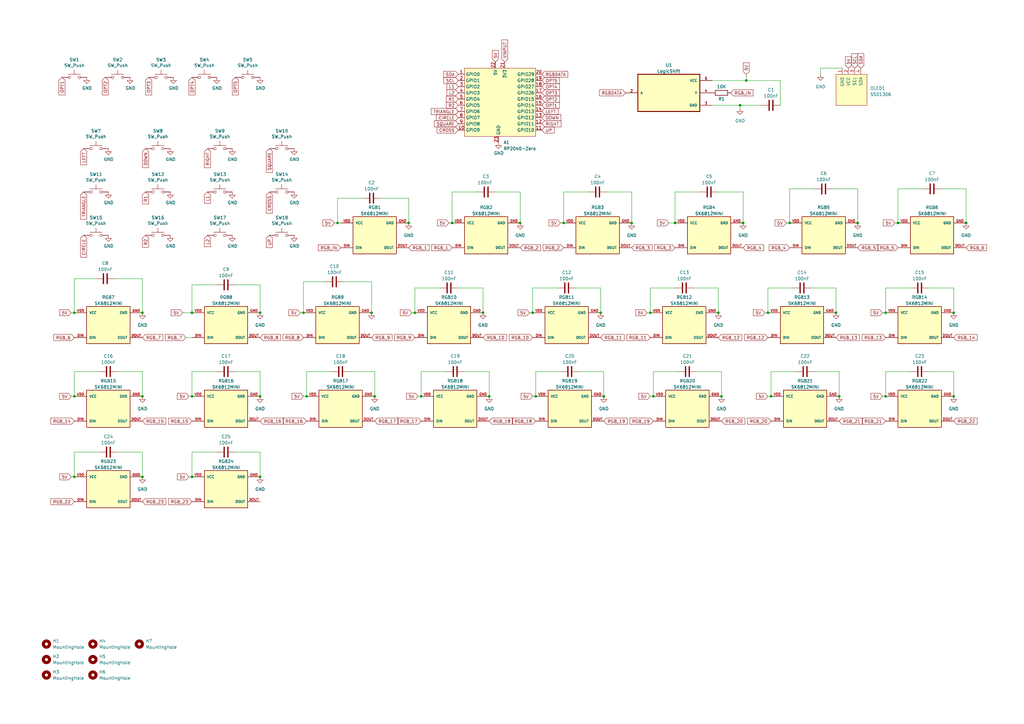
<source format=kicad_sch>
(kicad_sch (version 20230121) (generator eeschema)
  (paper "A3")
  (lib_symbols
    (symbol "Device:C" (pin_numbers hide) (pin_names (offset 0.254))
      (property "Reference" "C" (at 0.635 2.54 0))
      (property "Value" "C" (at 0.635 -2.54 0))
      (symbol "C_1_1"
        (pin passive line (at 0 3.81 270) (length 2.794) (name "~") (number "1"))
        (pin passive line (at 0 -3.81 90) (length 2.794) (name "~") (number "2"))
      )
    )
    (symbol "Device:R" (pin_numbers hide) (pin_names (offset 0))
      (property "Reference" "R" (at 2.032 0 90))
      (property "Value" "R" (at 0 0 90))
      (symbol "R_1_1"
        (pin passive line (at 0 3.81 270) (length 1.27) (name "~") (number "1"))
        (pin passive line (at 0 -3.81 90) (length 1.27) (name "~") (number "2"))
      )
    )
    (symbol "GND_1" (power) (pin_names (offset 0))
      (property "Value" "GND_1" (at 0 -3.81 0))
      (symbol "GND_1_1_1"
        (pin power_in line (at 0 0 270) (length 0) hide (name "GND") (number "1"))
      )
    )
    (symbol "GND_10" (power) (pin_names (offset 0))
      (property "Value" "GND_10" (at 0 -3.81 0))
      (symbol "GND_10_1_1"
        (pin power_in line (at 0 0 270) (length 0) hide (name "GND") (number "1"))
      )
    )
    (symbol "GND_11" (power) (pin_names (offset 0))
      (property "Value" "GND_11" (at 0 -3.81 0))
      (symbol "GND_11_1_1"
        (pin power_in line (at 0 0 270) (length 0) hide (name "GND") (number "1"))
      )
    )
    (symbol "GND_12" (power) (pin_names (offset 0))
      (property "Value" "GND_12" (at 0 -3.81 0))
      (symbol "GND_12_1_1"
        (pin power_in line (at 0 0 270) (length 0) hide (name "GND") (number "1"))
      )
    )
    (symbol "GND_13" (power) (pin_names (offset 0))
      (property "Value" "GND_13" (at 0 -3.81 0))
      (symbol "GND_13_1_1"
        (pin power_in line (at 0 0 270) (length 0) hide (name "GND") (number "1"))
      )
    )
    (symbol "GND_14" (power) (pin_names (offset 0))
      (property "Value" "GND_14" (at 0 -3.81 0))
      (symbol "GND_14_1_1"
        (pin power_in line (at 0 0 270) (length 0) hide (name "GND") (number "1"))
      )
    )
    (symbol "GND_2" (power) (pin_names (offset 0))
      (property "Value" "GND_2" (at 0 -3.81 0))
      (symbol "GND_2_1_1"
        (pin power_in line (at 0 0 270) (length 0) hide (name "GND") (number "1"))
      )
    )
    (symbol "GND_3" (power) (pin_names (offset 0))
      (property "Value" "GND_3" (at 0 -3.81 0))
      (symbol "GND_3_1_1"
        (pin power_in line (at 0 0 270) (length 0) hide (name "GND") (number "1"))
      )
    )
    (symbol "GND_4" (power) (pin_names (offset 0))
      (property "Value" "GND_4" (at 0 -3.81 0))
      (symbol "GND_4_1_1"
        (pin power_in line (at 0 0 270) (length 0) hide (name "GND") (number "1"))
      )
    )
    (symbol "GND_5" (power) (pin_names (offset 0))
      (property "Value" "GND_5" (at 0 -3.81 0))
      (symbol "GND_5_1_1"
        (pin power_in line (at 0 0 270) (length 0) hide (name "GND") (number "1"))
      )
    )
    (symbol "GND_6" (power) (pin_names (offset 0))
      (property "Value" "GND_6" (at 0 -3.81 0))
      (symbol "GND_6_1_1"
        (pin power_in line (at 0 0 270) (length 0) hide (name "GND") (number "1"))
      )
    )
    (symbol "GND_7" (power) (pin_names (offset 0))
      (property "Value" "GND_7" (at 0 -3.81 0))
      (symbol "GND_7_1_1"
        (pin power_in line (at 0 0 270) (length 0) hide (name "GND") (number "1"))
      )
    )
    (symbol "GND_8" (power) (pin_names (offset 0))
      (property "Value" "GND_8" (at 0 -3.81 0))
      (symbol "GND_8_1_1"
        (pin power_in line (at 0 0 270) (length 0) hide (name "GND") (number "1"))
      )
    )
    (symbol "GND_9" (power) (pin_names (offset 0))
      (property "Value" "GND_9" (at 0 -3.81 0))
      (symbol "GND_9_1_1"
        (pin power_in line (at 0 0 270) (length 0) hide (name "GND") (number "1"))
      )
    )
    (symbol "Mechanical:MountingHole" (pin_names (offset 1.016))
      (property "Reference" "H" (at 0 5.08 0))
      (property "Value" "MountingHole" (at 0 3.175 0))
    )
    (symbol "RP2040-Zero:RP2040-Zero"
      (property "Reference" "U" (at 0 1.27 0))
      (property "Value" "RP2040-Zero" (at 0 -1.27 0))
      (symbol "RP2040-Zero_1_1"
        (pin bidirectional line (at -16.51 10.16 0) (length 2.54) (name "GPIO0") (number "1"))
        (pin bidirectional line (at -16.51 -12.7 0) (length 2.54) (name "GPIO9") (number "10"))
        (pin bidirectional line (at 17.78 -12.7 180) (length 2.54) (name "GPIO10") (number "11"))
        (pin bidirectional line (at 17.78 -10.16 180) (length 2.54) (name "GPIO11") (number "12"))
        (pin bidirectional line (at 17.78 -7.62 180) (length 2.54) (name "GPIO12") (number "13"))
        (pin bidirectional line (at 17.78 -5.08 180) (length 2.54) (name "GPIO13") (number "14"))
        (pin bidirectional line (at 17.78 -2.54 180) (length 2.54) (name "GPIO14") (number "15"))
        (pin bidirectional line (at 17.78 0 180) (length 2.54) (name "GPIO15") (number "16"))
        (pin bidirectional line (at 17.78 2.54 180) (length 2.54) (name "GPIO26") (number "17"))
        (pin bidirectional line (at 17.78 5.08 180) (length 2.54) (name "GPIO27") (number "18"))
        (pin bidirectional line (at 17.78 7.62 180) (length 2.54) (name "GPIO28") (number "19"))
        (pin bidirectional line (at -16.51 7.62 0) (length 2.54) (name "GPIO1") (number "2"))
        (pin bidirectional line (at 17.78 10.16 180) (length 2.54) (name "GPIO29") (number "20"))
        (pin power_out line (at 2.54 15.24 270) (length 2.54) (name "3V3") (number "21"))
        (pin power_in line (at -1.27 15.24 270) (length 2.54) (name "5V") (number "22"))
        (pin power_in line (at 0 -17.78 90) (length 2.54) (name "GND") (number "23"))
        (pin bidirectional line (at -16.51 5.08 0) (length 2.54) (name "GPIO2") (number "3"))
        (pin bidirectional line (at -16.51 2.54 0) (length 2.54) (name "GPIO3") (number "4"))
        (pin bidirectional line (at -16.51 0 0) (length 2.54) (name "GPIO4") (number "5"))
        (pin bidirectional line (at -16.51 -2.54 0) (length 2.54) (name "GPIO5") (number "6"))
        (pin bidirectional line (at -16.51 -5.08 0) (length 2.54) (name "GPIO6") (number "7"))
        (pin bidirectional line (at -16.51 -7.62 0) (length 2.54) (name "GPIO7") (number "8"))
        (pin bidirectional line (at -16.51 -10.16 0) (length 2.54) (name "GPIO8") (number "9"))
      )
    )
    (symbol "SK6812MINI:SK6812MINI" (pin_names (offset 1.016))
      (property "Reference" "RGB" (at 0 0 0))
      (property "Value" "SK6812MINI" (at 0 0 0))
      (symbol "SK6812MINI_0_0"
        (pin bidirectional line (at -12.7 -5.08 0) (length 5.08) (name "DIN") (number "DIN"))
        (pin bidirectional line (at 15.24 -5.08 180) (length 5.08) (name "DOUT") (number "DOUT"))
        (pin bidirectional line (at 15.24 5.08 180) (length 5.08) (name "GND") (number "GND"))
        (pin bidirectional line (at -12.7 5.08 0) (length 5.08) (name "VCC") (number "VDD"))
      )
    )
    (symbol "SN74LV1T34DBVR:SN74LV1T34DBVR" (pin_names (offset 1.016))
      (property "Reference" "U" (at -12.7 8.62 0))
      (property "Value" "SN74LV1T34DBVR" (at -12.7 -11.62 0))
      (symbol "SN74LV1T34DBVR_0_0"
        (pin input line (at -17.78 0 0) (length 5.08) (name "A") (number "2"))
        (pin power_in line (at 17.78 -5.08 180) (length 5.08) (name "GND") (number "3"))
        (pin output line (at 17.78 0 180) (length 5.08) (name "Y") (number "4"))
        (pin power_in line (at 17.78 5.08 180) (length 5.08) (name "VCC") (number "5"))
      )
    )
    (symbol "SSD1306-128x64_OLED:SSD1306" (pin_names (offset 1.016))
      (property "Reference" "Brd" (at 0 -3.81 0))
      (property "Value" "SSD1306" (at 0 -1.27 0))
      (symbol "SSD1306_1_1"
        (pin input line (at -3.81 8.89 270) (length 2.54) (name "GND") (number "1"))
        (pin input line (at -1.27 8.89 270) (length 2.54) (name "VCC") (number "2"))
        (pin input line (at 1.27 8.89 270) (length 2.54) (name "SCL") (number "3"))
        (pin input line (at 3.81 8.89 270) (length 2.54) (name "SDA") (number "4"))
      )
    )
    (symbol "Switch:SW_Push" (pin_numbers hide) (pin_names (offset 1.016) hide)
      (property "Reference" "SW" (at 1.27 2.54 0))
      (property "Value" "SW_Push" (at 0 -1.524 0))
      (symbol "SW_Push_0_1"
        (pin passive line (at -5.08 0 0) (length 2.54) (name "1") (number "1"))
        (pin passive line (at 5.08 0 180) (length 2.54) (name "2") (number "2"))
      )
    )
    (symbol "power:GND" (power) (pin_names (offset 0))
      (property "Value" "GND" (at 0 -3.81 0))
      (symbol "GND_1_1"
        (pin power_in line (at 0 0 270) (length 0) hide (name "GND") (number "1"))
      )
    )
  )
  (junction (at 125.73 162.56))
  (junction (at 246.38 128.27))
  (junction (at 314.96 128.27))
  (junction (at 276.86 91.44))
  (junction (at 170.18 128.27))
  (junction (at 391.16 162.56))
  (junction (at 294.64 128.27))
  (junction (at 106.68 128.27))
  (junction (at 58.42 195.58))
  (junction (at 363.22 162.56))
  (junction (at 185.42 91.44))
  (junction (at 78.74 162.56))
  (junction (at 30.48 128.27))
  (junction (at 138.43 91.44))
  (junction (at 172.72 162.56))
  (junction (at 30.48 162.56))
  (junction (at 342.9 128.27))
  (junction (at 396.24 91.44))
  (junction (at 231.14 91.44))
  (junction (at 316.23 162.56))
  (junction (at 247.65 162.56))
  (junction (at 363.22 128.27))
  (junction (at 351.79 91.44))
  (junction (at 78.74 195.58))
  (junction (at 213.36 91.44))
  (junction (at 295.91 162.56))
  (junction (at 58.42 162.56))
  (junction (at 106.68 195.58))
  (junction (at 152.4 128.27))
  (junction (at 153.67 162.56))
  (junction (at 106.68 162.56))
  (junction (at 218.44 128.27))
  (junction (at 323.85 91.44))
  (junction (at 267.97 162.56))
  (junction (at 306.07 33.02))
  (junction (at 124.46 128.27))
  (junction (at 304.8 91.44))
  (junction (at 219.71 162.56))
  (junction (at 200.66 162.56))
  (junction (at 78.74 128.27))
  (junction (at 344.17 162.56))
  (junction (at 259.08 91.44))
  (junction (at 30.48 195.58))
  (junction (at 167.64 91.44))
  (junction (at 368.3 91.44))
  (junction (at 303.53 43.18))
  (junction (at 198.12 128.27))
  (junction (at 58.42 128.27))
  (junction (at 391.16 128.27))
  (junction (at 266.7 128.27))
  (wire (pts (xy 213.36 78.74) (xy 213.36 91.44)))
  (wire (pts (xy 88.9 152.4) (xy 78.74 152.4)))
  (wire (pts (xy 363.22 152.4) (xy 363.22 162.56)))
  (wire (pts (xy 351.79 77.47) (xy 351.79 91.44)))
  (wire (pts (xy 133.35 115.57) (xy 124.46 115.57)))
  (wire (pts (xy 229.87 91.44) (xy 231.14 91.44)))
  (wire (pts (xy 96.52 152.4) (xy 106.68 152.4)))
  (wire (pts (xy 344.17 152.4) (xy 344.17 162.56)))
  (wire (pts (xy 58.42 114.3) (xy 58.42 128.27)))
  (wire (pts (xy 391.16 118.11) (xy 391.16 128.27)))
  (wire (pts (xy 373.38 118.11) (xy 363.22 118.11)))
  (wire (pts (xy 320.04 33.02) (xy 320.04 43.18)))
  (wire (pts (xy 76.2 138.43) (xy 78.74 138.43)))
  (wire (pts (xy 123.19 128.27) (xy 124.46 128.27)))
  (wire (pts (xy 292.1 43.18) (xy 303.53 43.18)))
  (wire (pts (xy 182.88 152.4) (xy 172.72 152.4)))
  (wire (pts (xy 284.48 118.11) (xy 294.64 118.11)))
  (wire (pts (xy 285.75 152.4) (xy 295.91 152.4)))
  (wire (pts (xy 396.24 77.47) (xy 396.24 91.44)))
  (wire (pts (xy 168.91 128.27) (xy 170.18 128.27)))
  (wire (pts (xy 170.18 118.11) (xy 170.18 128.27)))
  (wire (pts (xy 172.72 152.4) (xy 172.72 162.56)))
  (wire (pts (xy 361.95 128.27) (xy 363.22 128.27)))
  (wire (pts (xy 246.38 118.11) (xy 246.38 128.27)))
  (wire (pts (xy 306.07 33.02) (xy 320.04 33.02)))
  (wire (pts (xy 40.64 185.42) (xy 30.48 185.42)))
  (wire (pts (xy 200.66 152.4) (xy 200.66 162.56)))
  (wire (pts (xy 96.52 185.42) (xy 106.68 185.42)))
  (wire (pts (xy 294.64 118.11) (xy 294.64 128.27)))
  (wire (pts (xy 143.51 152.4) (xy 153.67 152.4)))
  (wire (pts (xy 30.48 185.42) (xy 30.48 195.58)))
  (wire (pts (xy 58.42 152.4) (xy 58.42 162.56)))
  (wire (pts (xy 267.97 152.4) (xy 267.97 162.56)))
  (wire (pts (xy 58.42 185.42) (xy 58.42 195.58)))
  (wire (pts (xy 125.73 152.4) (xy 125.73 162.56)))
  (wire (pts (xy 195.58 78.74) (xy 185.42 78.74)))
  (wire (pts (xy 367.03 91.44) (xy 368.3 91.44)))
  (wire (pts (xy 78.74 152.4) (xy 78.74 162.56)))
  (wire (pts (xy 78.74 116.84) (xy 78.74 128.27)))
  (wire (pts (xy 48.26 152.4) (xy 58.42 152.4)))
  (wire (pts (xy 361.95 162.56) (xy 363.22 162.56)))
  (wire (pts (xy 259.08 78.74) (xy 259.08 91.44)))
  (wire (pts (xy 156.21 81.28) (xy 167.64 81.28)))
  (wire (pts (xy 135.89 152.4) (xy 125.73 152.4)))
  (wire (pts (xy 190.5 152.4) (xy 200.66 152.4)))
  (wire (pts (xy 363.22 118.11) (xy 363.22 128.27)))
  (wire (pts (xy 229.87 152.4) (xy 219.71 152.4)))
  (wire (pts (xy 274.32 91.44) (xy 276.86 91.44)))
  (wire (pts (xy 294.64 78.74) (xy 304.8 78.74)))
  (wire (pts (xy 313.69 128.27) (xy 314.96 128.27)))
  (wire (pts (xy 303.53 43.18) (xy 312.42 43.18)))
  (wire (pts (xy 266.7 118.11) (xy 266.7 128.27)))
  (wire (pts (xy 124.46 162.56) (xy 125.73 162.56)))
  (wire (pts (xy 241.3 78.74) (xy 231.14 78.74)))
  (wire (pts (xy 78.74 185.42) (xy 78.74 195.58)))
  (wire (pts (xy 140.97 115.57) (xy 152.4 115.57)))
  (wire (pts (xy 236.22 118.11) (xy 246.38 118.11)))
  (wire (pts (xy 295.91 152.4) (xy 295.91 162.56)))
  (wire (pts (xy 316.23 152.4) (xy 316.23 162.56)))
  (wire (pts (xy 266.7 162.56) (xy 267.97 162.56)))
  (wire (pts (xy 326.39 152.4) (xy 316.23 152.4)))
  (wire (pts (xy 381 118.11) (xy 391.16 118.11)))
  (wire (pts (xy 228.6 118.11) (xy 218.44 118.11)))
  (wire (pts (xy 29.21 162.56) (xy 30.48 162.56)))
  (wire (pts (xy 96.52 116.84) (xy 106.68 116.84)))
  (wire (pts (xy 332.74 118.11) (xy 342.9 118.11)))
  (wire (pts (xy 304.8 78.74) (xy 304.8 91.44)))
  (wire (pts (xy 336.55 27.94) (xy 336.55 30.48)))
  (wire (pts (xy 314.96 162.56) (xy 316.23 162.56)))
  (wire (pts (xy 88.9 116.84) (xy 78.74 116.84)))
  (wire (pts (xy 138.43 81.28) (xy 148.59 81.28)))
  (wire (pts (xy 152.4 115.57) (xy 152.4 128.27)))
  (wire (pts (xy 248.92 78.74) (xy 259.08 78.74)))
  (wire (pts (xy 77.47 195.58) (xy 78.74 195.58)))
  (wire (pts (xy 153.67 152.4) (xy 153.67 162.56)))
  (wire (pts (xy 325.12 118.11) (xy 314.96 118.11)))
  (wire (pts (xy 30.48 152.4) (xy 30.48 162.56)))
  (wire (pts (xy 74.93 128.27) (xy 78.74 128.27)))
  (wire (pts (xy 373.38 152.4) (xy 363.22 152.4)))
  (wire (pts (xy 106.68 152.4) (xy 106.68 162.56)))
  (wire (pts (xy 77.47 162.56) (xy 78.74 162.56)))
  (wire (pts (xy 29.21 195.58) (xy 30.48 195.58)))
  (wire (pts (xy 219.71 152.4) (xy 219.71 162.56)))
  (wire (pts (xy 40.64 152.4) (xy 30.48 152.4)))
  (wire (pts (xy 276.86 78.74) (xy 276.86 91.44)))
  (wire (pts (xy 306.07 30.48) (xy 306.07 33.02)))
  (wire (pts (xy 218.44 118.11) (xy 218.44 128.27)))
  (wire (pts (xy 334.01 152.4) (xy 344.17 152.4)))
  (wire (pts (xy 29.21 128.27) (xy 30.48 128.27)))
  (wire (pts (xy 342.9 118.11) (xy 342.9 128.27)))
  (wire (pts (xy 368.3 77.47) (xy 368.3 91.44)))
  (wire (pts (xy 203.2 78.74) (xy 213.36 78.74)))
  (wire (pts (xy 137.16 91.44) (xy 138.43 91.44)))
  (wire (pts (xy 167.64 81.28) (xy 167.64 91.44)))
  (wire (pts (xy 185.42 78.74) (xy 185.42 91.44)))
  (wire (pts (xy 106.68 185.42) (xy 106.68 195.58)))
  (wire (pts (xy 391.16 152.4) (xy 391.16 162.56)))
  (wire (pts (xy 345.44 27.94) (xy 336.55 27.94)))
  (wire (pts (xy 322.58 91.44) (xy 323.85 91.44)))
  (wire (pts (xy 180.34 118.11) (xy 170.18 118.11)))
  (wire (pts (xy 217.17 128.27) (xy 218.44 128.27)))
  (wire (pts (xy 247.65 152.4) (xy 247.65 162.56)))
  (wire (pts (xy 88.9 185.42) (xy 78.74 185.42)))
  (wire (pts (xy 265.43 128.27) (xy 266.7 128.27)))
  (wire (pts (xy 231.14 78.74) (xy 231.14 91.44)))
  (wire (pts (xy 48.26 185.42) (xy 58.42 185.42)))
  (wire (pts (xy 198.12 118.11) (xy 198.12 128.27)))
  (wire (pts (xy 292.1 33.02) (xy 306.07 33.02)))
  (wire (pts (xy 30.48 114.3) (xy 30.48 128.27)))
  (wire (pts (xy 184.15 91.44) (xy 185.42 91.44)))
  (wire (pts (xy 187.96 118.11) (xy 198.12 118.11)))
  (wire (pts (xy 138.43 81.28) (xy 138.43 91.44)))
  (wire (pts (xy 218.44 162.56) (xy 219.71 162.56)))
  (wire (pts (xy 381 152.4) (xy 391.16 152.4)))
  (wire (pts (xy 278.13 152.4) (xy 267.97 152.4)))
  (wire (pts (xy 323.85 77.47) (xy 323.85 91.44)))
  (wire (pts (xy 314.96 118.11) (xy 314.96 128.27)))
  (wire (pts (xy 39.37 114.3) (xy 30.48 114.3)))
  (wire (pts (xy 124.46 115.57) (xy 124.46 128.27)))
  (wire (pts (xy 303.53 43.18) (xy 303.53 44.45)))
  (wire (pts (xy 106.68 116.84) (xy 106.68 128.27)))
  (wire (pts (xy 171.45 162.56) (xy 172.72 162.56)))
  (wire (pts (xy 276.86 118.11) (xy 266.7 118.11)))
  (wire (pts (xy 386.08 77.47) (xy 396.24 77.47)))
  (wire (pts (xy 46.99 114.3) (xy 58.42 114.3)))
  (wire (pts (xy 287.02 78.74) (xy 276.86 78.74)))
  (wire (pts (xy 334.01 77.47) (xy 323.85 77.47)))
  (wire (pts (xy 237.49 152.4) (xy 247.65 152.4)))
  (wire (pts (xy 341.63 77.47) (xy 351.79 77.47)))
  (wire (pts (xy 138.43 91.44) (xy 139.7 91.44)))
  (wire (pts (xy 378.46 77.47) (xy 368.3 77.47)))
  (global_label "5V" (shape input) (at 274.32 91.44 180) (property "Intersheetrefs" "${INTERSHEET_REFS}" (effects hide)))
  (global_label "RGB_15" (shape input) (at 78.74 172.72 180) (property "Intersheetrefs" "${INTERSHEET_REFS}" (effects hide)))
  (global_label "RGB_15" (shape input) (at 58.42 172.72 0) (property "Intersheetrefs" "${INTERSHEET_REFS}" (effects hide)))
  (global_label "TRIANGLE" (shape input) (at 34.29 78.74 270) (property "Intersheetrefs" "${INTERSHEET_REFS}" (effects hide)))
  (global_label "RGB_11" (shape input) (at 246.38 138.43 0) (property "Intersheetrefs" "${INTERSHEET_REFS}" (effects hide)))
  (global_label "CROSS" (shape input) (at 110.49 78.74 270) (property "Intersheetrefs" "${INTERSHEET_REFS}" (effects hide)))
  (global_label "R2" (shape input) (at 59.69 96.52 270) (property "Intersheetrefs" "${INTERSHEET_REFS}" (effects hide)))
  (global_label "RGB_12" (shape input) (at 294.64 138.43 0) (property "Intersheetrefs" "${INTERSHEET_REFS}" (effects hide)))
  (global_label "RGB_16" (shape input) (at 106.68 172.72 0) (property "Intersheetrefs" "${INTERSHEET_REFS}" (effects hide)))
  (global_label "5V" (shape input) (at 266.7 162.56 180) (property "Intersheetrefs" "${INTERSHEET_REFS}" (effects hide)))
  (global_label "RGB_4" (shape input) (at 323.85 101.6 180) (property "Intersheetrefs" "${INTERSHEET_REFS}" (effects hide)))
  (global_label "RGB_8" (shape input) (at 124.46 138.43 180) (property "Intersheetrefs" "${INTERSHEET_REFS}" (effects hide)))
  (global_label "RGB_5" (shape input) (at 368.3 101.6 180) (property "Intersheetrefs" "${INTERSHEET_REFS}" (effects hide)))
  (global_label "TRIANGLE" (shape input) (at 187.96 45.72 180) (property "Intersheetrefs" "${INTERSHEET_REFS}" (effects hide)))
  (global_label "5V" (shape input) (at 124.46 162.56 180) (property "Intersheetrefs" "${INTERSHEET_REFS}" (effects hide)))
  (global_label "RGB_20" (shape input) (at 316.23 172.72 180) (property "Intersheetrefs" "${INTERSHEET_REFS}" (effects hide)))
  (global_label "5V" (shape input) (at 367.03 91.44 180) (property "Intersheetrefs" "${INTERSHEET_REFS}" (effects hide)))
  (global_label "RGB_23" (shape input) (at 78.74 205.74 180) (property "Intersheetrefs" "${INTERSHEET_REFS}" (effects hide)))
  (global_label "5V" (shape input) (at 29.21 128.27 180) (property "Intersheetrefs" "${INTERSHEET_REFS}" (effects hide)))
  (global_label "5V" (shape input) (at 265.43 128.27 180) (property "Intersheetrefs" "${INTERSHEET_REFS}" (effects hide)))
  (global_label "OPT1" (shape input) (at 222.25 43.18 0) (property "Intersheetrefs" "${INTERSHEET_REFS}" (effects hide)))
  (global_label "RGB_4" (shape input) (at 304.8 101.6 0) (property "Intersheetrefs" "${INTERSHEET_REFS}" (effects hide)))
  (global_label "L2" (shape input) (at 85.09 96.52 270) (property "Intersheetrefs" "${INTERSHEET_REFS}" (effects hide)))
  (global_label "5V" (shape input) (at 184.15 91.44 180) (property "Intersheetrefs" "${INTERSHEET_REFS}" (effects hide)))
  (global_label "RGB_17" (shape input) (at 172.72 172.72 180) (property "Intersheetrefs" "${INTERSHEET_REFS}" (effects hide)))
  (global_label "R1" (shape input) (at 59.69 78.74 270) (property "Intersheetrefs" "${INTERSHEET_REFS}" (effects hide)))
  (global_label "5V" (shape input) (at 203.2 25.4 90) (property "Intersheetrefs" "${INTERSHEET_REFS}" (effects hide)))
  (global_label "RGB_6" (shape input) (at 30.48 138.43 180) (property "Intersheetrefs" "${INTERSHEET_REFS}" (effects hide)))
  (global_label "RIGHT" (shape input) (at 85.09 60.96 270) (property "Intersheetrefs" "${INTERSHEET_REFS}" (effects hide)))
  (global_label "5V" (shape input) (at 171.45 162.56 180) (property "Intersheetrefs" "${INTERSHEET_REFS}" (effects hide)))
  (global_label "RGB_17" (shape input) (at 153.67 172.72 0) (property "Intersheetrefs" "${INTERSHEET_REFS}" (effects hide)))
  (global_label "RGB_22" (shape input) (at 391.16 172.72 0) (property "Intersheetrefs" "${INTERSHEET_REFS}" (effects hide)))
  (global_label "SQUARE" (shape input) (at 110.49 60.96 270) (property "Intersheetrefs" "${INTERSHEET_REFS}" (effects hide)))
  (global_label "RGB_14" (shape input) (at 391.16 138.43 0) (property "Intersheetrefs" "${INTERSHEET_REFS}" (effects hide)))
  (global_label "VINPUT" (shape input) (at 207.01 25.4 90) (property "Intersheetrefs" "${INTERSHEET_REFS}" (effects hide)))
  (global_label "RGB_13" (shape input) (at 363.22 138.43 180) (property "Intersheetrefs" "${INTERSHEET_REFS}" (effects hide)))
  (global_label "SQUARE" (shape input) (at 187.96 50.8 180) (property "Intersheetrefs" "${INTERSHEET_REFS}" (effects hide)))
  (global_label "OPT2" (shape input) (at 43.18 31.75 270) (property "Intersheetrefs" "${INTERSHEET_REFS}" (effects hide)))
  (global_label "UP" (shape input) (at 110.49 96.52 270) (property "Intersheetrefs" "${INTERSHEET_REFS}" (effects hide)))
  (global_label "5V" (shape input) (at 137.16 91.44 180) (property "Intersheetrefs" "${INTERSHEET_REFS}" (effects hide)))
  (global_label "RGB_23" (shape input) (at 58.42 205.74 0) (property "Intersheetrefs" "${INTERSHEET_REFS}" (effects hide)))
  (global_label "RGB_19" (shape input) (at 267.97 172.72 180) (property "Intersheetrefs" "${INTERSHEET_REFS}" (effects hide)))
  (global_label "RGB_2" (shape input) (at 213.36 101.6 0) (property "Intersheetrefs" "${INTERSHEET_REFS}" (effects hide)))
  (global_label "RGB_9" (shape input) (at 152.4 138.43 0) (property "Intersheetrefs" "${INTERSHEET_REFS}" (effects hide)))
  (global_label "RIGHT" (shape input) (at 222.25 50.8 0) (property "Intersheetrefs" "${INTERSHEET_REFS}" (effects hide)))
  (global_label "RGB_1" (shape input) (at 167.64 101.6 0) (property "Intersheetrefs" "${INTERSHEET_REFS}" (effects hide)))
  (global_label "5V" (shape input) (at 77.47 195.58 180) (property "Intersheetrefs" "${INTERSHEET_REFS}" (effects hide)))
  (global_label "RGB_IN" (shape input) (at 139.7 101.6 180) (property "Intersheetrefs" "${INTERSHEET_REFS}" (effects hide)))
  (global_label "R1" (shape input) (at 187.96 40.64 180) (property "Intersheetrefs" "${INTERSHEET_REFS}" (effects hide)))
  (global_label "OPT3" (shape input) (at 222.25 38.1 0) (property "Intersheetrefs" "${INTERSHEET_REFS}" (effects hide)))
  (global_label "RGBDATA" (shape input) (at 256.54 38.1 180) (property "Intersheetrefs" "${INTERSHEET_REFS}" (effects hide)))
  (global_label "5V" (shape input) (at 361.95 128.27 180) (property "Intersheetrefs" "${INTERSHEET_REFS}" (effects hide)))
  (global_label "CIRCLE" (shape input) (at 187.96 48.26 180) (property "Intersheetrefs" "${INTERSHEET_REFS}" (effects hide)))
  (global_label "RGB_14" (shape input) (at 30.48 172.72 180) (property "Intersheetrefs" "${INTERSHEET_REFS}" (effects hide)))
  (global_label "L2" (shape input) (at 187.96 38.1 180) (property "Intersheetrefs" "${INTERSHEET_REFS}" (effects hide)))
  (global_label "SCL" (shape input) (at 187.96 33.02 180) (property "Intersheetrefs" "${INTERSHEET_REFS}" (effects hide)))
  (global_label "RGB_22" (shape input) (at 30.48 205.74 180) (property "Intersheetrefs" "${INTERSHEET_REFS}" (effects hide)))
  (global_label "RGB_19" (shape input) (at 247.65 172.72 0) (property "Intersheetrefs" "${INTERSHEET_REFS}" (effects hide)))
  (global_label "RGB_11" (shape input) (at 266.7 138.43 180) (property "Intersheetrefs" "${INTERSHEET_REFS}" (effects hide)))
  (global_label "RGB_3" (shape input) (at 259.08 101.6 0) (property "Intersheetrefs" "${INTERSHEET_REFS}" (effects hide)))
  (global_label "CROSS" (shape input) (at 187.96 53.34 180) (property "Intersheetrefs" "${INTERSHEET_REFS}" (effects hide)))
  (global_label "OPT4" (shape input) (at 222.25 35.56 0) (property "Intersheetrefs" "${INTERSHEET_REFS}" (effects hide)))
  (global_label "5V" (shape input) (at 313.69 128.27 180) (property "Intersheetrefs" "${INTERSHEET_REFS}" (effects hide)))
  (global_label "DOWN" (shape input) (at 59.69 60.96 270) (property "Intersheetrefs" "${INTERSHEET_REFS}" (effects hide)))
  (global_label "RGB_3" (shape input) (at 276.86 101.6 180) (property "Intersheetrefs" "${INTERSHEET_REFS}" (effects hide)))
  (global_label "RGB_16" (shape input) (at 125.73 172.72 180) (property "Intersheetrefs" "${INTERSHEET_REFS}" (effects hide)))
  (global_label "5V" (shape input) (at 29.21 195.58 180) (property "Intersheetrefs" "${INTERSHEET_REFS}" (effects hide)))
  (global_label "SCL" (shape input) (at 350.52 27.94 90) (property "Intersheetrefs" "${INTERSHEET_REFS}" (effects hide)))
  (global_label "RGB_10" (shape input) (at 218.44 138.43 180) (property "Intersheetrefs" "${INTERSHEET_REFS}" (effects hide)))
  (global_label "RGB_5" (shape input) (at 351.79 101.6 0) (property "Intersheetrefs" "${INTERSHEET_REFS}" (effects hide)))
  (global_label "LEFT" (shape input) (at 222.25 45.72 0) (property "Intersheetrefs" "${INTERSHEET_REFS}" (effects hide)))
  (global_label "RGB_12" (shape input) (at 314.96 138.43 180) (property "Intersheetrefs" "${INTERSHEET_REFS}" (effects hide)))
  (global_label "RGBDATA" (shape input) (at 222.25 30.48 0) (property "Intersheetrefs" "${INTERSHEET_REFS}" (effects hide)))
  (global_label "RGB_21" (shape input) (at 363.22 172.72 180) (property "Intersheetrefs" "${INTERSHEET_REFS}" (effects hide)))
  (global_label "DOWN" (shape input) (at 222.25 48.26 0) (property "Intersheetrefs" "${INTERSHEET_REFS}" (effects hide)))
  (global_label "5V" (shape input) (at 347.98 27.94 90) (property "Intersheetrefs" "${INTERSHEET_REFS}" (effects hide)))
  (global_label "SDA" (shape input) (at 187.96 30.48 180) (property "Intersheetrefs" "${INTERSHEET_REFS}" (effects hide)))
  (global_label "RGB_10" (shape input) (at 198.12 138.43 0) (property "Intersheetrefs" "${INTERSHEET_REFS}" (effects hide)))
  (global_label "RGB_18" (shape input) (at 200.66 172.72 0) (property "Intersheetrefs" "${INTERSHEET_REFS}" (effects hide)))
  (global_label "5V" (shape input) (at 361.95 162.56 180) (property "Intersheetrefs" "${INTERSHEET_REFS}" (effects hide)))
  (global_label "R2" (shape input) (at 187.96 43.18 180) (property "Intersheetrefs" "${INTERSHEET_REFS}" (effects hide)))
  (global_label "RGB_2" (shape input) (at 231.14 101.6 180) (property "Intersheetrefs" "${INTERSHEET_REFS}" (effects hide)))
  (global_label "LEFT" (shape input) (at 34.29 60.96 270) (property "Intersheetrefs" "${INTERSHEET_REFS}" (effects hide)))
  (global_label "UP" (shape input) (at 222.25 53.34 0) (property "Intersheetrefs" "${INTERSHEET_REFS}" (effects hide)))
  (global_label "5V" (shape input) (at 217.17 128.27 180) (property "Intersheetrefs" "${INTERSHEET_REFS}" (effects hide)))
  (global_label "5V" (shape input) (at 218.44 162.56 180) (property "Intersheetrefs" "${INTERSHEET_REFS}" (effects hide)))
  (global_label "5V" (shape input) (at 123.19 128.27 180) (property "Intersheetrefs" "${INTERSHEET_REFS}" (effects hide)))
  (global_label "RGB_IN" (shape input) (at 299.72 38.1 0) (property "Intersheetrefs" "${INTERSHEET_REFS}" (effects hide)))
  (global_label "5V" (shape input) (at 322.58 91.44 180) (property "Intersheetrefs" "${INTERSHEET_REFS}" (effects hide)))
  (global_label "OPT4" (shape input) (at 78.74 31.75 270) (property "Intersheetrefs" "${INTERSHEET_REFS}" (effects hide)))
  (global_label "5V" (shape input) (at 314.96 162.56 180) (property "Intersheetrefs" "${INTERSHEET_REFS}" (effects hide)))
  (global_label "5V" (shape input) (at 77.47 162.56 180) (property "Intersheetrefs" "${INTERSHEET_REFS}" (effects hide)))
  (global_label "OPT5" (shape input) (at 96.52 31.75 270) (property "Intersheetrefs" "${INTERSHEET_REFS}" (effects hide)))
  (global_label "L1" (shape input) (at 85.09 78.74 270) (property "Intersheetrefs" "${INTERSHEET_REFS}" (effects hide)))
  (global_label "5V" (shape input) (at 74.93 128.27 180) (property "Intersheetrefs" "${INTERSHEET_REFS}" (effects hide)))
  (global_label "5V" (shape input) (at 168.91 128.27 180) (property "Intersheetrefs" "${INTERSHEET_REFS}" (effects hide)))
  (global_label "RGB_20" (shape input) (at 295.91 172.72 0) (property "Intersheetrefs" "${INTERSHEET_REFS}" (effects hide)))
  (global_label "CIRCLE" (shape input) (at 34.29 96.52 270) (property "Intersheetrefs" "${INTERSHEET_REFS}" (effects hide)))
  (global_label "RGB_7" (shape input) (at 58.42 138.43 0) (property "Intersheetrefs" "${INTERSHEET_REFS}" (effects hide)))
  (global_label "OPT1" (shape input) (at 25.4 31.75 270) (property "Intersheetrefs" "${INTERSHEET_REFS}" (effects hide)))
  (global_label "RGB_9" (shape input) (at 170.18 138.43 180) (property "Intersheetrefs" "${INTERSHEET_REFS}" (effects hide)))
  (global_label "OPT2" (shape input) (at 222.25 40.64 0) (property "Intersheetrefs" "${INTERSHEET_REFS}" (effects hide)))
  (global_label "RGB_1" (shape input) (at 185.42 101.6 180) (property "Intersheetrefs" "${INTERSHEET_REFS}" (effects hide)))
  (global_label "SDA" (shape input) (at 353.06 27.94 90) (property "Intersheetrefs" "${INTERSHEET_REFS}" (effects hide)))
  (global_label "5V" (shape input) (at 229.87 91.44 180) (property "Intersheetrefs" "${INTERSHEET_REFS}" (effects hide)))
  (global_label "RGB_21" (shape input) (at 344.17 172.72 0) (property "Intersheetrefs" "${INTERSHEET_REFS}" (effects hide)))
  (global_label "RGB_8" (shape input) (at 106.68 138.43 0) (property "Intersheetrefs" "${INTERSHEET_REFS}" (effects hide)))
  (global_label "RGB_18" (shape input) (at 219.71 172.72 180) (property "Intersheetrefs" "${INTERSHEET_REFS}" (effects hide)))
  (global_label "OPT3" (shape input) (at 60.96 31.75 270) (property "Intersheetrefs" "${INTERSHEET_REFS}" (effects hide)))
  (global_label "OPT5" (shape input) (at 222.25 33.02 0) (property "Intersheetrefs" "${INTERSHEET_REFS}" (effects hide)))
  (global_label "5V" (shape input) (at 29.21 162.56 180) (property "Intersheetrefs" "${INTERSHEET_REFS}" (effects hide)))
  (global_label "L1" (shape input) (at 187.96 35.56 180) (property "Intersheetrefs" "${INTERSHEET_REFS}" (effects hide)))
  (global_label "RGB_13" (shape input) (at 342.9 138.43 0) (property "Intersheetrefs" "${INTERSHEET_REFS}" (effects hide)))
  (global_label "RGB_6" (shape input) (at 396.24 101.6 0) (property "Intersheetrefs" "${INTERSHEET_REFS}" (effects hide)))
  (global_label "RGB_7" (shape input) (at 76.2 138.43 180) (property "Intersheetrefs" "${INTERSHEET_REFS}" (effects hide)))
  (global_label "5V" (shape input) (at 306.07 30.48 90) (property "Intersheetrefs" "${INTERSHEET_REFS}" (effects hide)))
  (symbol (lib_id "Switch:SW_Push") (at 30.48 31.75 0) (unit 1)
    (property "Reference" "SW1" (at 30.48 24.511 0))
    (property "Value" "SW_Push" (at 30.48 26.8224 0))
    (property "Footprint" "Button_Switch_THT:SW_PUSH_6mm_H5mm" (effects hide))
  )
  (symbol (lib_id "Switch:SW_Push") (at 48.26 31.75 0) (unit 1)
    (property "Reference" "SW2" (at 48.26 24.511 0))
    (property "Value" "SW_Push" (at 48.26 26.8224 0))
    (property "Footprint" "Button_Switch_THT:SW_PUSH_6mm_H5mm" (effects hide))
  )
  (symbol (lib_id "Switch:SW_Push") (at 66.04 31.75 0) (unit 1)
    (property "Reference" "SW3" (at 66.04 24.511 0))
    (property "Value" "SW_Push" (at 66.04 26.8224 0))
    (property "Footprint" "Button_Switch_THT:SW_PUSH_6mm_H5mm" (effects hide))
  )
  (symbol (lib_id "Switch:SW_Push") (at 83.82 31.75 0) (unit 1)
    (property "Reference" "SW4" (at 83.82 24.511 0))
    (property "Value" "SW_Push" (at 83.82 26.8224 0))
    (property "Footprint" "Button_Switch_THT:SW_PUSH_6mm_H5mm" (effects hide))
  )
  (symbol (lib_id "Switch:SW_Push") (at 101.6 31.75 0) (unit 1)
    (property "Reference" "SW5" (at 101.6 24.511 0))
    (property "Value" "SW_Push" (at 101.6 26.8224 0))
    (property "Footprint" "Button_Switch_THT:SW_PUSH_6mm_H5mm" (effects hide))
  )
  (symbol (lib_id "power:GND") (at 35.56 31.75 0) (unit 1)
    (property "Reference" "#PWR01" (effects hide))
    (property "Value" "GND" (at 35.687 36.1442 0))
  )
  (symbol (lib_id "power:GND") (at 53.34 31.75 0) (unit 1)
    (property "Reference" "#PWR02" (effects hide))
    (property "Value" "GND" (at 53.467 36.1442 0))
  )
  (symbol (lib_id "power:GND") (at 71.12 31.75 0) (unit 1)
    (property "Reference" "#PWR03" (effects hide))
    (property "Value" "GND" (at 71.247 36.1442 0))
  )
  (symbol (lib_id "power:GND") (at 88.9 31.75 0) (unit 1)
    (property "Reference" "#PWR04" (effects hide))
    (property "Value" "GND" (at 89.027 36.1442 0))
  )
  (symbol (lib_id "power:GND") (at 106.68 31.75 0) (unit 1)
    (property "Reference" "#PWR05" (effects hide))
    (property "Value" "GND" (at 106.807 36.1442 0))
  )
  (symbol (lib_id "Switch:SW_Push") (at 39.37 60.96 0) (unit 1)
    (property "Reference" "SW7" (at 39.37 53.721 0))
    (property "Value" "SW_Push" (at 39.37 56.0324 0))
    (property "Footprint" "Kailh:Kailh_socket_PG1350_optional" (effects hide))
  )
  (symbol (lib_id "Switch:SW_Push") (at 115.57 96.52 0) (unit 1)
    (property "Reference" "SW18" (at 115.57 89.281 0))
    (property "Value" "SW_Push" (at 115.57 91.5924 0))
    (property "Footprint" "Kailh:Kailh_socket_PG1350_optional" (effects hide))
  )
  (symbol (lib_id "Switch:SW_Push") (at 64.77 78.74 0) (unit 1)
    (property "Reference" "SW12" (at 64.77 71.501 0))
    (property "Value" "SW_Push" (at 64.77 73.8124 0))
    (property "Footprint" "Kailh:Kailh_socket_PG1350_optional" (effects hide))
  )
  (symbol (lib_id "Switch:SW_Push") (at 39.37 96.52 0) (unit 1)
    (property "Reference" "SW15" (at 39.37 89.281 0))
    (property "Value" "SW_Push" (at 39.37 91.5924 0))
    (property "Footprint" "Kailh:Kailh_socket_PG1350_optional" (effects hide))
  )
  (symbol (lib_id "Switch:SW_Push") (at 64.77 60.96 0) (unit 1)
    (property "Reference" "SW8" (at 64.77 53.721 0))
    (property "Value" "SW_Push" (at 64.77 56.0324 0))
    (property "Footprint" "Kailh:Kailh_socket_PG1350_optional" (effects hide))
  )
  (symbol (lib_id "Switch:SW_Push") (at 115.57 60.96 0) (unit 1)
    (property "Reference" "SW10" (at 115.57 53.721 0))
    (property "Value" "SW_Push" (at 115.57 56.0324 0))
    (property "Footprint" "Kailh:Kailh_socket_PG1350_optional" (effects hide))
  )
  (symbol (lib_id "Switch:SW_Push") (at 90.17 78.74 0) (unit 1)
    (property "Reference" "SW13" (at 90.17 71.501 0))
    (property "Value" "SW_Push" (at 90.17 73.8124 0))
    (property "Footprint" "Kailh:Kailh_socket_PG1350_optional" (effects hide))
  )
  (symbol (lib_id "Switch:SW_Push") (at 64.77 96.52 0) (unit 1)
    (property "Reference" "SW16" (at 64.77 89.281 0))
    (property "Value" "SW_Push" (at 64.77 91.5924 0))
    (property "Footprint" "Kailh:Kailh_socket_PG1350_optional" (effects hide))
  )
  (symbol (lib_id "Switch:SW_Push") (at 90.17 60.96 0) (unit 1)
    (property "Reference" "SW9" (at 90.17 53.721 0))
    (property "Value" "SW_Push" (at 90.17 56.0324 0))
    (property "Footprint" "Kailh:Kailh_socket_PG1350_optional" (effects hide))
  )
  (symbol (lib_id "Switch:SW_Push") (at 39.37 78.74 0) (unit 1)
    (property "Reference" "SW11" (at 39.37 71.501 0))
    (property "Value" "SW_Push" (at 39.37 73.8124 0))
    (property "Footprint" "Kailh:Kailh_socket_PG1350_optional" (effects hide))
  )
  (symbol (lib_id "Switch:SW_Push") (at 115.57 78.74 0) (unit 1)
    (property "Reference" "SW14" (at 115.57 71.501 0))
    (property "Value" "SW_Push" (at 115.57 73.8124 0))
    (property "Footprint" "Kailh:Kailh_socket_PG1350_optional" (effects hide))
  )
  (symbol (lib_id "Switch:SW_Push") (at 90.17 96.52 0) (unit 1)
    (property "Reference" "SW17" (at 90.17 89.281 0))
    (property "Value" "SW_Push" (at 90.17 91.5924 0))
    (property "Footprint" "Kailh:Kailh_socket_PG1350_optional" (effects hide))
  )
  (symbol (lib_id "power:GND") (at 44.45 60.96 0) (unit 1)
    (property "Reference" "#PWR07" (effects hide))
    (property "Value" "GND" (at 44.577 65.3542 0))
  )
  (symbol (lib_id "power:GND") (at 120.65 96.52 0) (unit 1)
    (property "Reference" "#PWR018" (effects hide))
    (property "Value" "GND" (at 120.777 100.9142 0))
  )
  (symbol (lib_id "power:GND") (at 69.85 78.74 0) (unit 1)
    (property "Reference" "#PWR012" (effects hide))
    (property "Value" "GND" (at 69.977 83.1342 0))
  )
  (symbol (lib_id "power:GND") (at 44.45 96.52 0) (unit 1)
    (property "Reference" "#PWR015" (effects hide))
    (property "Value" "GND" (at 44.577 100.9142 0))
  )
  (symbol (lib_id "power:GND") (at 69.85 60.96 0) (unit 1)
    (property "Reference" "#PWR08" (effects hide))
    (property "Value" "GND" (at 69.977 65.3542 0))
  )
  (symbol (lib_id "power:GND") (at 120.65 60.96 0) (unit 1)
    (property "Reference" "#PWR010" (effects hide))
    (property "Value" "GND" (at 120.777 65.3542 0))
  )
  (symbol (lib_id "power:GND") (at 95.25 78.74 0) (unit 1)
    (property "Reference" "#PWR013" (effects hide))
    (property "Value" "GND" (at 95.377 83.1342 0))
  )
  (symbol (lib_id "power:GND") (at 69.85 96.52 0) (unit 1)
    (property "Reference" "#PWR016" (effects hide))
    (property "Value" "GND" (at 69.977 100.9142 0))
  )
  (symbol (lib_id "power:GND") (at 95.25 96.52 0) (unit 1)
    (property "Reference" "#PWR017" (effects hide))
    (property "Value" "GND" (at 95.377 100.9142 0))
  )
  (symbol (lib_id "power:GND") (at 120.65 78.74 0) (unit 1)
    (property "Reference" "#PWR014" (effects hide))
    (property "Value" "GND" (at 120.777 83.1342 0))
  )
  (symbol (lib_id "power:GND") (at 44.45 78.74 0) (unit 1)
    (property "Reference" "#PWR011" (effects hide))
    (property "Value" "GND" (at 44.577 83.1342 0))
  )
  (symbol (lib_id "power:GND") (at 95.25 60.96 0) (unit 1)
    (property "Reference" "#PWR09" (effects hide))
    (property "Value" "GND" (at 95.377 65.3542 0))
  )
  (symbol (lib_id "power:GND") (at 204.47 58.42 0) (unit 1)
    (property "Reference" "#PWR0102" (effects hide))
    (property "Value" "GND" (at 204.597 62.8142 0))
  )
  (symbol (lib_name "GND_14") (lib_id "power:GND") (at 153.67 162.56 0) (unit 1)
    (property "Reference" "#PWR036" (effects hide))
    (property "Value" "GND" (at 153.67 167.64 0))
  )
  (symbol (lib_name "GND_14") (lib_id "power:GND") (at 344.17 162.56 0) (unit 1)
    (property "Reference" "#PWR040" (effects hide))
    (property "Value" "GND" (at 344.17 167.64 0))
  )
  (symbol (lib_id "SK6812MINI:SK6812MINI") (at 137.16 133.35 0) (unit 1)
    (property "Reference" "RGB9" (at 138.43 121.92 0))
    (property "Value" "SK6812MINI" (at 138.43 124.46 0))
    (property "Footprint" "2020REVMNT" (effects hide))
  )
  (symbol (lib_name "GND_14") (lib_id "power:GND") (at 294.64 128.27 0) (unit 1)
    (property "Reference" "#PWR031" (effects hide))
    (property "Value" "GND" (at 294.64 133.35 0))
  )
  (symbol (lib_id "Device:C") (at 245.11 78.74 90) (mirror x) (unit 1)
    (property "Reference" "C4" (at 245.11 72.39 90))
    (property "Value" "100nF" (at 245.11 74.93 90))
    (property "Footprint" "Capacitor_THT:CP_Radial_Tantal_D4.5mm_P2.50mm" (effects hide))
  )
  (symbol (lib_name "GND_10") (lib_id "power:GND") (at 106.68 128.27 0) (unit 1)
    (property "Reference" "#PWR027" (effects hide))
    (property "Value" "GND" (at 106.68 133.35 0))
  )
  (symbol (lib_name "GND_7") (lib_id "power:GND") (at 351.79 91.44 0) (unit 1)
    (property "Reference" "#PWR024" (effects hide))
    (property "Value" "GND" (at 351.79 96.52 0))
  )
  (symbol (lib_id "Device:C") (at 377.19 152.4 90) (unit 1)
    (property "Reference" "C23" (at 377.19 146.05 90))
    (property "Value" "100nF" (at 377.19 148.59 90))
    (property "Footprint" "Capacitor_THT:CP_Radial_Tantal_D4.5mm_P2.50mm" (effects hide))
  )
  (symbol (lib_id "Device:C") (at 382.27 77.47 90) (unit 1)
    (property "Reference" "C7" (at 382.27 71.12 90))
    (property "Value" "100nF" (at 382.27 73.66 90))
    (property "Footprint" "Capacitor_THT:CP_Radial_Tantal_D4.5mm_P2.50mm" (effects hide))
  )
  (symbol (lib_id "SK6812MINI:SK6812MINI") (at 138.43 167.64 0) (unit 1)
    (property "Reference" "RGB17" (at 139.7 156.21 0))
    (property "Value" "SK6812MINI" (at 139.7 158.75 0))
    (property "Footprint" "2020REVMNT" (effects hide))
  )
  (symbol (lib_name "GND_14") (lib_id "power:GND") (at 247.65 162.56 0) (unit 1)
    (property "Reference" "#PWR038" (effects hide))
    (property "Value" "GND" (at 247.65 167.64 0))
  )
  (symbol (lib_name "GND_14") (lib_id "power:GND") (at 342.9 128.27 0) (unit 1)
    (property "Reference" "#PWR032" (effects hide))
    (property "Value" "GND" (at 342.9 133.35 0))
  )
  (symbol (lib_id "SN74LV1T34DBVR:SN74LV1T34DBVR") (at 274.32 38.1 0) (unit 1)
    (property "Reference" "U1" (at 274.32 26.67 0))
    (property "Value" "LogicShift" (at 274.32 29.21 0))
    (property "Footprint" "SOT95P280X145-5N" (effects hide))
  )
  (symbol (lib_id "Mechanical:MountingHole") (at 19.05 276.86 0) (unit 1)
    (property "Reference" "H3" (at 21.59 275.5899 0) (effects (justify left)))
    (property "Value" "MountingHole" (at 21.59 278.1299 0) (effects (justify left)))
    (property "Footprint" "MountingHole:MountingHole_6.4mm_M6" (effects hide))
  )
  (symbol (lib_id "Device:C") (at 232.41 118.11 90) (unit 1)
    (property "Reference" "C12" (at 232.41 111.76 90))
    (property "Value" "100nF" (at 232.41 114.3 90))
    (property "Footprint" "Capacitor_THT:CP_Radial_Tantal_D4.5mm_P2.50mm" (effects hide))
  )
  (symbol (lib_id "Device:C") (at 281.94 152.4 90) (unit 1)
    (property "Reference" "C21" (at 281.94 146.05 90))
    (property "Value" "100nF" (at 281.94 148.59 90))
    (property "Footprint" "Capacitor_THT:CP_Radial_Tantal_D4.5mm_P2.50mm" (effects hide))
  )
  (symbol (lib_id "SK6812MINI:SK6812MINI") (at 182.88 133.35 0) (unit 1)
    (property "Reference" "RGB10" (at 184.15 121.92 0))
    (property "Value" "SK6812MINI" (at 184.15 124.46 0))
    (property "Footprint" "2020REVMNT" (effects hide))
  )
  (symbol (lib_name "GND_13") (lib_id "power:GND") (at 246.38 128.27 0) (unit 1)
    (property "Reference" "#PWR030" (effects hide))
    (property "Value" "GND" (at 246.38 133.35 0))
  )
  (symbol (lib_id "SK6812MINI:SK6812MINI") (at 43.18 167.64 0) (unit 1)
    (property "Reference" "RGB15" (at 44.45 156.21 0))
    (property "Value" "SK6812MINI" (at 44.45 158.75 0))
    (property "Footprint" "2020REVMNT" (effects hide))
  )
  (symbol (lib_id "SK6812MINI:SK6812MINI") (at 231.14 133.35 0) (unit 1)
    (property "Reference" "RGB11" (at 232.41 121.92 0))
    (property "Value" "SK6812MINI" (at 232.41 124.46 0))
    (property "Footprint" "2020REVMNT" (effects hide))
  )
  (symbol (lib_id "SK6812MINI:SK6812MINI") (at 280.67 167.64 0) (unit 1)
    (property "Reference" "RGB20" (at 281.94 156.21 0))
    (property "Value" "SK6812MINI" (at 281.94 158.75 0))
    (property "Footprint" "2020REVMNT" (effects hide))
  )
  (symbol (lib_id "SK6812MINI:SK6812MINI") (at 327.66 133.35 0) (unit 1)
    (property "Reference" "RGB13" (at 328.93 121.92 0))
    (property "Value" "SK6812MINI" (at 328.93 124.46 0))
    (property "Footprint" "2020REVMNT" (effects hide))
  )
  (symbol (lib_id "Device:C") (at 316.23 43.18 90) (unit 1)
    (property "Reference" "C1" (at 316.23 36.83 90))
    (property "Value" "100nF" (at 316.23 39.37 90))
    (property "Footprint" "Capacitor_THT:CP_Radial_Tantal_D4.5mm_P2.50mm" (effects hide))
  )
  (symbol (lib_id "Device:C") (at 43.18 114.3 90) (unit 1)
    (property "Reference" "C8" (at 43.18 107.95 90))
    (property "Value" "100nF" (at 43.18 110.49 90))
    (property "Footprint" "Capacitor_THT:CP_Radial_Tantal_D4.5mm_P2.50mm" (effects hide))
  )
  (symbol (lib_id "SK6812MINI:SK6812MINI") (at 279.4 133.35 0) (unit 1)
    (property "Reference" "RGB12" (at 280.67 121.92 0))
    (property "Value" "SK6812MINI" (at 280.67 124.46 0))
    (property "Footprint" "2020REVMNT" (effects hide))
  )
  (symbol (lib_id "Device:C") (at 280.67 118.11 90) (unit 1)
    (property "Reference" "C13" (at 280.67 111.76 90))
    (property "Value" "100nF" (at 280.67 114.3 90))
    (property "Footprint" "Capacitor_THT:CP_Radial_Tantal_D4.5mm_P2.50mm" (effects hide))
  )
  (symbol (lib_name "GND_14") (lib_id "power:GND") (at 391.16 128.27 0) (unit 1)
    (property "Reference" "#PWR033" (effects hide))
    (property "Value" "GND" (at 391.16 133.35 0))
  )
  (symbol (lib_id "SK6812MINI:SK6812MINI") (at 336.55 96.52 0) (unit 1)
    (property "Reference" "RGB5" (at 337.82 85.09 0))
    (property "Value" "SK6812MINI" (at 337.82 87.63 0))
    (property "Footprint" "2020REVMNT" (effects hide))
  )
  (symbol (lib_id "SK6812MINI:SK6812MINI") (at 43.18 133.35 0) (unit 1)
    (property "Reference" "RGB7" (at 44.45 121.92 0))
    (property "Value" "SK6812MINI" (at 44.45 124.46 0))
    (property "Footprint" "2020REVMNT" (effects hide))
  )
  (symbol (lib_id "SK6812MINI:SK6812MINI") (at 43.18 200.66 0) (unit 1)
    (property "Reference" "RGB23" (at 44.45 189.23 0))
    (property "Value" "SK6812MINI" (at 44.45 191.77 0))
    (property "Footprint" "2020REVMNT" (effects hide))
  )
  (symbol (lib_name "GND_14") (lib_id "power:GND") (at 106.68 162.56 0) (unit 1)
    (property "Reference" "#PWR035" (effects hide))
    (property "Value" "GND" (at 106.68 167.64 0))
  )
  (symbol (lib_id "Device:C") (at 290.83 78.74 90) (unit 1)
    (property "Reference" "C5" (at 290.83 72.39 90))
    (property "Value" "100nF" (at 290.83 74.93 90))
    (property "Footprint" "Capacitor_THT:CP_Radial_Tantal_D4.5mm_P2.50mm" (effects hide))
  )
  (symbol (lib_id "Device:C") (at 44.45 152.4 90) (unit 1)
    (property "Reference" "C16" (at 44.45 146.05 90))
    (property "Value" "100nF" (at 44.45 148.59 90))
    (property "Footprint" "Capacitor_THT:CP_Radial_Tantal_D4.5mm_P2.50mm" (effects hide))
  )
  (symbol (lib_id "Device:C") (at 137.16 115.57 90) (unit 1)
    (property "Reference" "C10" (at 137.16 109.22 90))
    (property "Value" "100nF" (at 137.16 111.76 90))
    (property "Footprint" "Capacitor_THT:CP_Radial_Tantal_D4.5mm_P2.50mm" (effects hide))
  )
  (symbol (lib_name "GND_11") (lib_id "power:GND") (at 152.4 128.27 0) (unit 1)
    (property "Reference" "#PWR028" (effects hide))
    (property "Value" "GND" (effects hide))
  )
  (symbol (lib_id "Device:C") (at 337.82 77.47 90) (unit 1)
    (property "Reference" "C6" (at 337.82 71.12 90))
    (property "Value" "100nF" (at 337.82 73.66 90))
    (property "Footprint" "Capacitor_THT:CP_Radial_Tantal_D4.5mm_P2.50mm" (effects hide))
  )
  (symbol (lib_id "Device:C") (at 92.71 116.84 90) (unit 1)
    (property "Reference" "C9" (at 92.71 110.49 90))
    (property "Value" "100nF" (at 92.71 113.03 90))
    (property "Footprint" "Capacitor_THT:CP_Radial_Tantal_D4.5mm_P2.50mm" (effects hide))
  )
  (symbol (lib_id "Mechanical:MountingHole") (at 19.05 264.16 0) (unit 1)
    (property "Reference" "H1" (at 21.59 262.8899 0) (effects (justify left)))
    (property "Value" "MountingHole" (at 21.59 265.4299 0) (effects (justify left)))
    (property "Footprint" "MountingHole:MountingHole_6.4mm_M6" (effects hide))
  )
  (symbol (lib_id "Device:C") (at 186.69 152.4 90) (unit 1)
    (property "Reference" "C19" (at 186.69 146.05 90))
    (property "Value" "100nF" (at 186.69 148.59 90))
    (property "Footprint" "Capacitor_THT:CP_Radial_Tantal_D4.5mm_P2.50mm" (effects hide))
  )
  (symbol (lib_name "GND_4") (lib_id "power:GND") (at 213.36 91.44 0) (unit 1)
    (property "Reference" "#PWR021" (effects hide))
    (property "Value" "GND" (at 213.36 96.52 0))
  )
  (symbol (lib_id "Mechanical:MountingHole") (at 57.15 264.16 0) (unit 1)
    (property "Reference" "H7" (at 59.69 262.8899 0) (effects (justify left)))
    (property "Value" "MountingHole" (at 59.69 265.4299 0) (effects (justify left)))
    (property "Footprint" "MountingHole:MountingHole_6.4mm_M6" (effects hide))
  )
  (symbol (lib_id "Device:R") (at 295.91 38.1 90) (unit 1)
    (property "Reference" "R1" (at 295.91 40.64 90))
    (property "Value" "10K" (at 295.91 35.56 90))
    (property "Footprint" "Resistor_THT:R_Axial_DIN0204_L3.6mm_D1.6mm_P7.62mm_Horizontal" (effects hide))
  )
  (symbol (lib_id "SK6812MINI:SK6812MINI") (at 185.42 167.64 0) (unit 1)
    (property "Reference" "RGB18" (at 186.69 156.21 0))
    (property "Value" "SK6812MINI" (at 186.69 158.75 0))
    (property "Footprint" "2020REVMNT" (effects hide))
  )
  (symbol (lib_id "Device:C") (at 139.7 152.4 90) (unit 1)
    (property "Reference" "C18" (at 139.7 146.05 90))
    (property "Value" "100nF" (at 139.7 148.59 90))
    (property "Footprint" "Capacitor_THT:CP_Radial_Tantal_D4.5mm_P2.50mm" (effects hide))
  )
  (symbol (lib_name "GND_14") (lib_id "power:GND") (at 200.66 162.56 0) (unit 1)
    (property "Reference" "#PWR037" (effects hide))
    (property "Value" "GND" (at 200.66 167.64 0))
  )
  (symbol (lib_id "SK6812MINI:SK6812MINI") (at 375.92 133.35 0) (unit 1)
    (property "Reference" "RGB14" (at 377.19 121.92 0))
    (property "Value" "SK6812MINI" (at 377.19 124.46 0))
    (property "Footprint" "2020REVMNT" (effects hide))
  )
  (symbol (lib_name "GND_3") (lib_id "power:GND") (at 167.64 91.44 0) (unit 1)
    (property "Reference" "#PWR020" (effects hide))
    (property "Value" "GND" (at 167.64 96.52 0))
  )
  (symbol (lib_id "SK6812MINI:SK6812MINI") (at 328.93 167.64 0) (unit 1)
    (property "Reference" "RGB21" (at 330.2 156.21 0))
    (property "Value" "SK6812MINI" (at 330.2 158.75 0))
    (property "Footprint" "2020REVMNT" (effects hide))
  )
  (symbol (lib_name "GND_2") (lib_id "power:GND") (at 303.53 44.45 0) (unit 1)
    (property "Reference" "#PWR06" (effects hide))
    (property "Value" "GND" (at 303.53 49.53 0))
  )
  (symbol (lib_id "SK6812MINI:SK6812MINI") (at 152.4 96.52 0) (unit 1)
    (property "Reference" "RGB1" (at 153.67 85.09 0))
    (property "Value" "SK6812MINI" (at 153.67 87.63 0))
    (property "Footprint" "2020REVMNT" (effects hide))
  )
  (symbol (lib_id "SK6812MINI:SK6812MINI") (at 91.44 133.35 0) (unit 1)
    (property "Reference" "RGB8" (at 92.71 121.92 0))
    (property "Value" "SK6812MINI" (at 92.71 124.46 0))
    (property "Footprint" "2020REVMNT" (effects hide))
  )
  (symbol (lib_id "Device:C") (at 199.39 78.74 90) (unit 1)
    (property "Reference" "C3" (at 200.66 72.39 90) (effects (justify left)))
    (property "Value" "100nF" (at 201.93 74.93 90) (effects (justify left)))
    (property "Footprint" "Capacitor_THT:CP_Radial_Tantal_D4.5mm_P2.50mm" (effects hide))
  )
  (symbol (lib_id "SK6812MINI:SK6812MINI") (at 289.56 96.52 0) (unit 1)
    (property "Reference" "RGB4" (at 290.83 85.09 0))
    (property "Value" "SK6812MINI" (at 290.83 87.63 0))
    (property "Footprint" "2020REVMNT" (effects hide))
  )
  (symbol (lib_id "Device:C") (at 377.19 118.11 90) (unit 1)
    (property "Reference" "C15" (at 377.19 111.76 90))
    (property "Value" "100nF" (at 377.19 114.3 90))
    (property "Footprint" "Capacitor_THT:CP_Radial_Tantal_D4.5mm_P2.50mm" (effects hide))
  )
  (symbol (lib_id "SK6812MINI:SK6812MINI") (at 381 96.52 0) (unit 1)
    (property "Reference" "RGB6" (at 382.27 85.09 0))
    (property "Value" "SK6812MINI" (at 382.27 87.63 0))
    (property "Footprint" "2020REVMNT" (effects hide))
  )
  (symbol (lib_name "GND_14") (lib_id "power:GND") (at 106.68 195.58 0) (unit 1)
    (property "Reference" "#PWR043" (effects hide))
    (property "Value" "GND" (at 106.68 200.66 0))
  )
  (symbol (lib_name "GND_14") (lib_id "power:GND") (at 58.42 162.56 0) (unit 1)
    (property "Reference" "#PWR034" (effects hide))
    (property "Value" "GND" (at 58.42 167.64 0))
  )
  (symbol (lib_name "GND_8") (lib_id "power:GND") (at 396.24 91.44 0) (unit 1)
    (property "Reference" "#PWR025" (effects hide))
    (property "Value" "GND" (at 396.24 96.52 0))
  )
  (symbol (lib_id "Device:C") (at 92.71 152.4 90) (unit 1)
    (property "Reference" "C17" (at 92.71 146.05 90))
    (property "Value" "100nF" (at 92.71 148.59 90))
    (property "Footprint" "Capacitor_THT:CP_Radial_Tantal_D4.5mm_P2.50mm" (effects hide))
  )
  (symbol (lib_id "Mechanical:MountingHole") (at 38.1 264.16 0) (unit 1)
    (property "Reference" "H4" (at 40.64 262.8899 0) (effects (justify left)))
    (property "Value" "MountingHole" (at 40.64 265.4299 0) (effects (justify left)))
    (property "Footprint" "MountingHole:MountingHole_6.4mm_M6" (effects hide))
  )
  (symbol (lib_id "SK6812MINI:SK6812MINI") (at 91.44 200.66 0) (unit 1)
    (property "Reference" "RGB24" (at 92.71 189.23 0))
    (property "Value" "SK6812MINI" (at 92.71 191.77 0))
    (property "Footprint" "2020REVMNT" (effects hide))
  )
  (symbol (lib_id "Device:C") (at 44.45 185.42 90) (unit 1)
    (property "Reference" "C24" (at 44.45 179.07 90))
    (property "Value" "100nF" (at 44.45 181.61 90))
    (property "Footprint" "Capacitor_THT:CP_Radial_Tantal_D4.5mm_P2.50mm" (effects hide))
  )
  (symbol (lib_id "SK6812MINI:SK6812MINI") (at 243.84 96.52 0) (unit 1)
    (property "Reference" "RGB3" (at 245.11 85.09 0))
    (property "Value" "SK6812MINI" (at 245.11 87.63 0))
    (property "Footprint" "2020REVMNT" (effects hide))
  )
  (symbol (lib_id "Device:C") (at 92.71 185.42 90) (unit 1)
    (property "Reference" "C25" (at 92.71 179.07 90))
    (property "Value" "100nF" (at 92.71 181.61 90))
    (property "Footprint" "Capacitor_THT:CP_Radial_Tantal_D4.5mm_P2.50mm" (effects hide))
  )
  (symbol (lib_id "RP2040-Zero:RP2040-Zero") (at 204.47 40.64 0) (unit 1)
    (property "Reference" "A1" (at 206.4894 58.42 0) (effects (justify left)))
    (property "Value" "RP2040-Zero" (at 206.4894 60.96 0) (effects (justify left)))
    (property "Footprint" "RP2040-Zero:RP2040-Zero" (effects hide))
  )
  (symbol (lib_id "SK6812MINI:SK6812MINI") (at 232.41 167.64 0) (unit 1)
    (property "Reference" "RGB19" (at 233.68 156.21 0))
    (property "Value" "SK6812MINI" (at 233.68 158.75 0))
    (property "Footprint" "2020REVMNT" (effects hide))
  )
  (symbol (lib_id "Device:C") (at 328.93 118.11 90) (unit 1)
    (property "Reference" "C14" (at 328.93 111.76 90))
    (property "Value" "100nF" (at 328.93 114.3 90))
    (property "Footprint" "Capacitor_THT:CP_Radial_Tantal_D4.5mm_P2.50mm" (effects hide))
  )
  (symbol (lib_id "Device:C") (at 152.4 81.28 90) (unit 1)
    (property "Reference" "C2" (at 152.4 74.93 90))
    (property "Value" "100nF" (at 152.4 77.47 90))
    (property "Footprint" "Capacitor_THT:CP_Radial_Tantal_D4.5mm_P2.50mm" (effects hide))
  )
  (symbol (lib_id "Device:C") (at 184.15 118.11 90) (unit 1)
    (property "Reference" "C11" (at 184.15 111.76 90))
    (property "Value" "100nF" (at 184.15 114.3 90))
    (property "Footprint" "Capacitor_THT:CP_Radial_Tantal_D4.5mm_P2.50mm" (effects hide))
  )
  (symbol (lib_name "GND_12") (lib_id "power:GND") (at 198.12 128.27 0) (unit 1)
    (property "Reference" "#PWR029" (effects hide))
    (property "Value" "GND" (at 198.12 133.35 0))
  )
  (symbol (lib_id "Device:C") (at 233.68 152.4 90) (unit 1)
    (property "Reference" "C20" (at 233.68 146.05 90))
    (property "Value" "100nF" (at 233.68 148.59 90))
    (property "Footprint" "Capacitor_THT:CP_Radial_Tantal_D4.5mm_P2.50mm" (effects hide))
  )
  (symbol (lib_id "SK6812MINI:SK6812MINI") (at 198.12 96.52 0) (unit 1)
    (property "Reference" "RGB2" (at 199.39 85.09 0))
    (property "Value" "SK6812MINI" (at 199.39 87.63 0))
    (property "Footprint" "2020REVMNT" (effects hide))
  )
  (symbol (lib_id "Mechanical:MountingHole") (at 38.1 270.51 0) (unit 1)
    (property "Reference" "H5" (at 40.64 269.2399 0) (effects (justify left)))
    (property "Value" "MountingHole" (at 40.64 271.7799 0) (effects (justify left)))
    (property "Footprint" "MountingHole:MountingHole_6.4mm_M6" (effects hide))
  )
  (symbol (lib_name "GND_5") (lib_id "power:GND") (at 259.08 91.44 0) (unit 1)
    (property "Reference" "#PWR022" (effects hide))
    (property "Value" "GND" (at 259.08 96.52 0))
  )
  (symbol (lib_id "SK6812MINI:SK6812MINI") (at 375.92 167.64 0) (unit 1)
    (property "Reference" "RGB22" (at 377.19 156.21 0))
    (property "Value" "SK6812MINI" (at 377.19 158.75 0))
    (property "Footprint" "2020REVMNT" (effects hide))
  )
  (symbol (lib_id "SSD1306-128x64_OLED:SSD1306") (at 349.25 36.83 0) (unit 1)
    (property "Reference" "OLED1" (at 356.87 36.195 0) (effects (justify left)))
    (property "Value" "SSD1306" (at 356.87 38.735 0) (effects (justify left)))
    (property "Footprint" "SSD1306:128x64OLED" (effects hide))
  )
  (symbol (lib_name "GND_14") (lib_id "power:GND") (at 58.42 195.58 0) (unit 1)
    (property "Reference" "#PWR042" (effects hide))
    (property "Value" "GND" (at 58.42 200.66 0))
  )
  (symbol (lib_name "GND_9") (lib_id "power:GND") (at 58.42 128.27 0) (unit 1)
    (property "Reference" "#PWR026" (effects hide))
    (property "Value" "GND" (at 58.42 133.35 0))
  )
  (symbol (lib_name "GND_6") (lib_id "power:GND") (at 304.8 91.44 0) (unit 1)
    (property "Reference" "#PWR023" (effects hide))
    (property "Value" "GND" (at 304.8 96.52 0))
  )
  (symbol (lib_name "GND_1") (lib_id "power:GND") (at 336.55 30.48 0) (unit 1)
    (property "Reference" "#PWR019" (effects hide))
    (property "Value" "GND" (at 336.55 35.56 0))
  )
  (symbol (lib_name "GND_14") (lib_id "power:GND") (at 295.91 162.56 0) (unit 1)
    (property "Reference" "#PWR039" (effects hide))
    (property "Value" "GND" (at 295.91 167.64 0))
  )
  (symbol (lib_name "GND_14") (lib_id "power:GND") (at 391.16 162.56 0) (unit 1)
    (property "Reference" "#PWR041" (effects hide))
    (property "Value" "GND" (at 391.16 167.64 0))
  )
  (symbol (lib_id "SK6812MINI:SK6812MINI") (at 91.44 167.64 0) (unit 1)
    (property "Reference" "RGB16" (at 92.71 156.21 0))
    (property "Value" "SK6812MINI" (at 92.71 158.75 0))
    (property "Footprint" "2020REVMNT" (effects hide))
  )
  (symbol (lib_id "Mechanical:MountingHole") (at 38.1 276.86 0) (unit 1)
    (property "Reference" "H6" (at 40.64 275.5899 0) (effects (justify left)))
    (property "Value" "MountingHole" (at 40.64 278.1299 0) (effects (justify left)))
    (property "Footprint" "MountingHole:MountingHole_6.4mm_M6" (effects hide))
  )
  (symbol (lib_id "Mechanical:MountingHole") (at 19.05 270.51 0) (unit 1)
    (property "Reference" "H2" (at 21.59 269.2399 0) (effects (justify left)))
    (property "Value" "MountingHole" (at 21.59 271.7799 0) (effects (justify left)))
    (property "Footprint" "MountingHole:MountingHole_6.4mm_M6" (effects hide))
  )
  (symbol (lib_id "Device:C") (at 330.2 152.4 90) (unit 1)
    (property "Reference" "C22" (at 330.2 146.05 90))
    (property "Value" "100nF" (at 330.2 148.59 90))
    (property "Footprint" "Capacitor_THT:CP_Radial_Tantal_D4.5mm_P2.50mm" (effects hide))
  )
)
</source>
